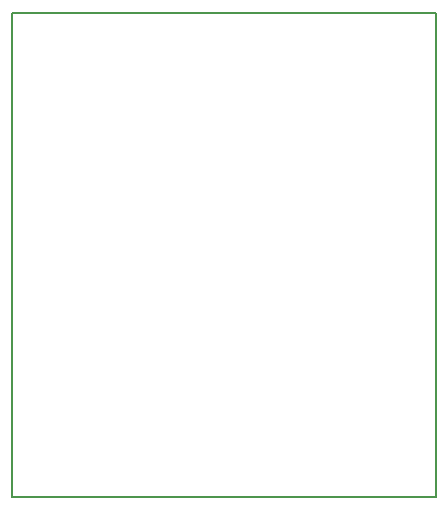
<source format=gko>
G04 #@! TF.FileFunction,Profile,NP*
%FSLAX46Y46*%
G04 Gerber Fmt 4.6, Leading zero omitted, Abs format (unit mm)*
G04 Created by KiCad (PCBNEW 4.0.4-stable) date 06/24/17 18:47:56*
%MOMM*%
%LPD*%
G01*
G04 APERTURE LIST*
%ADD10C,0.100000*%
%ADD11C,0.150000*%
G04 APERTURE END LIST*
D10*
D11*
X142000000Y-140350000D02*
X142700000Y-140350000D01*
X142000000Y-99350000D02*
X142000000Y-140350000D01*
X142700000Y-99350000D02*
X142000000Y-99350000D01*
X177900000Y-99350000D02*
X177900000Y-140350000D01*
X142700000Y-99350000D02*
X177900000Y-99350000D01*
X142700000Y-140350000D02*
X177900000Y-140350000D01*
M02*

</source>
